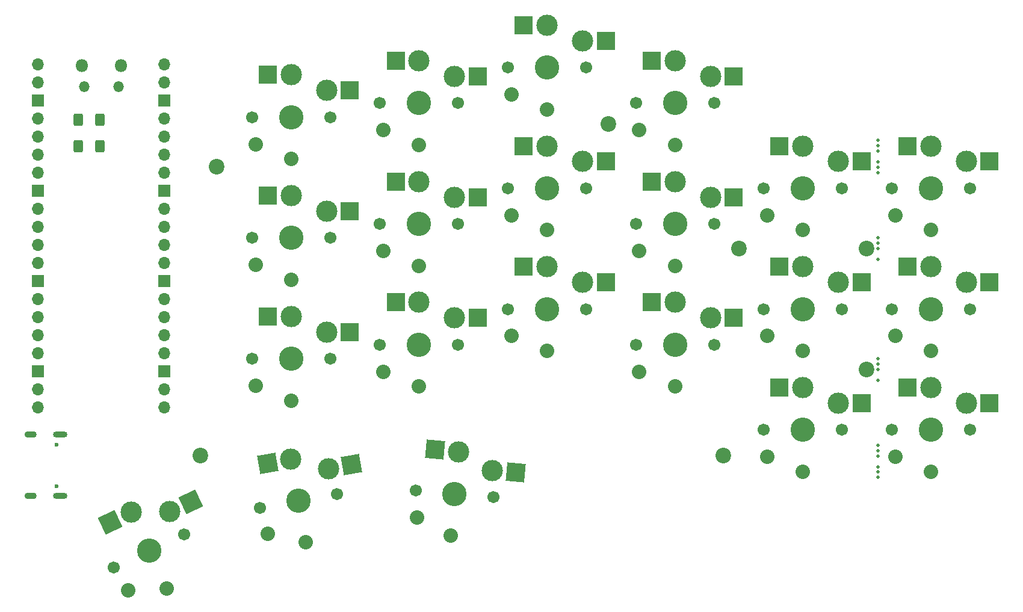
<source format=gbs>
%TF.GenerationSoftware,KiCad,Pcbnew,8.0.8*%
%TF.CreationDate,2025-05-22T15:11:42+02:00*%
%TF.ProjectId,keyboard_pcb,6b657962-6f61-4726-945f-7063622e6b69,rev1.0*%
%TF.SameCoordinates,Original*%
%TF.FileFunction,Soldermask,Bot*%
%TF.FilePolarity,Negative*%
%FSLAX46Y46*%
G04 Gerber Fmt 4.6, Leading zero omitted, Abs format (unit mm)*
G04 Created by KiCad (PCBNEW 8.0.8) date 2025-05-22 15:11:42*
%MOMM*%
%LPD*%
G01*
G04 APERTURE LIST*
G04 Aperture macros list*
%AMRoundRect*
0 Rectangle with rounded corners*
0 $1 Rounding radius*
0 $2 $3 $4 $5 $6 $7 $8 $9 X,Y pos of 4 corners*
0 Add a 4 corners polygon primitive as box body*
4,1,4,$2,$3,$4,$5,$6,$7,$8,$9,$2,$3,0*
0 Add four circle primitives for the rounded corners*
1,1,$1+$1,$2,$3*
1,1,$1+$1,$4,$5*
1,1,$1+$1,$6,$7*
1,1,$1+$1,$8,$9*
0 Add four rect primitives between the rounded corners*
20,1,$1+$1,$2,$3,$4,$5,0*
20,1,$1+$1,$4,$5,$6,$7,0*
20,1,$1+$1,$6,$7,$8,$9,0*
20,1,$1+$1,$8,$9,$2,$3,0*%
%AMRotRect*
0 Rectangle, with rotation*
0 The origin of the aperture is its center*
0 $1 length*
0 $2 width*
0 $3 Rotation angle, in degrees counterclockwise*
0 Add horizontal line*
21,1,$1,$2,0,0,$3*%
G04 Aperture macros list end*
%ADD10C,0.600000*%
%ADD11O,2.000000X0.900000*%
%ADD12O,1.700000X0.900000*%
%ADD13C,3.429000*%
%ADD14C,1.701800*%
%ADD15C,3.000000*%
%ADD16R,2.600000X2.600000*%
%ADD17C,2.032000*%
%ADD18O,1.500000X1.500000*%
%ADD19O,1.800000X1.800000*%
%ADD20O,1.700000X1.700000*%
%ADD21R,1.700000X1.700000*%
%ADD22RotRect,2.600000X2.600000X355.000000*%
%ADD23RotRect,2.600000X2.600000X25.000000*%
%ADD24RotRect,2.600000X2.600000X10.000000*%
%ADD25RoundRect,0.250000X0.400000X0.625000X-0.400000X0.625000X-0.400000X-0.625000X0.400000X-0.625000X0*%
%ADD26C,2.200000*%
%ADD27C,0.500000*%
%ADD28RoundRect,0.250000X-0.400000X-0.625000X0.400000X-0.625000X0.400000X0.625000X-0.400000X0.625000X0*%
G04 APERTURE END LIST*
D10*
%TO.C,J2*%
X72250000Y-106110000D03*
X72250000Y-111890000D03*
D11*
X72730000Y-104680000D03*
D12*
X68560000Y-104680000D03*
D11*
X72730000Y-113320000D03*
D12*
X68560000Y-113320000D03*
%TD*%
D13*
%TO.C,K25*%
X105240000Y-94000000D03*
D14*
X110740000Y-94000000D03*
D15*
X110240000Y-90250000D03*
D14*
X99740000Y-94000000D03*
D15*
X105240000Y-88050000D03*
D16*
X101965000Y-88050000D03*
D17*
X105240000Y-99900000D03*
X100240000Y-97800000D03*
D16*
X113515000Y-90250000D03*
%TD*%
D15*
%TO.C,K24*%
X128240000Y-88250000D03*
D13*
X123240000Y-92000000D03*
D15*
X123240000Y-86050000D03*
D14*
X117740000Y-92000000D03*
X128740000Y-92000000D03*
D16*
X119965000Y-86050000D03*
D17*
X123240000Y-97900000D03*
X118240000Y-95800000D03*
D16*
X131515000Y-88250000D03*
%TD*%
D13*
%TO.C,K21*%
X177240000Y-104000000D03*
D14*
X171740000Y-104000000D03*
D15*
X177240000Y-98050000D03*
D14*
X182740000Y-104000000D03*
D15*
X182240000Y-100250000D03*
D17*
X177240000Y-109900000D03*
D16*
X173965000Y-98050000D03*
D17*
X172240000Y-107800000D03*
D16*
X185515000Y-100250000D03*
%TD*%
D14*
%TO.C,K02*%
X164740000Y-58000000D03*
D13*
X159240000Y-58000000D03*
D14*
X153740000Y-58000000D03*
D15*
X159240000Y-52050000D03*
X164240000Y-54250000D03*
D16*
X155965000Y-52050000D03*
D17*
X159240000Y-63900000D03*
X154240000Y-61800000D03*
D16*
X167515000Y-54250000D03*
%TD*%
D14*
%TO.C,K10*%
X189740000Y-87000000D03*
D15*
X195240000Y-81050000D03*
D13*
X195240000Y-87000000D03*
D15*
X200240000Y-83250000D03*
D14*
X200740000Y-87000000D03*
D17*
X195240000Y-92900000D03*
D16*
X191965000Y-81050000D03*
X203515000Y-83250000D03*
D17*
X190240000Y-90800000D03*
%TD*%
D18*
%TO.C,U2*%
X76111800Y-55738000D03*
X80961800Y-55738000D03*
D19*
X81261800Y-52708000D03*
X75811800Y-52708000D03*
D20*
X69646800Y-52578000D03*
X69646800Y-55118000D03*
D21*
X69646800Y-57658000D03*
D20*
X69646800Y-60198000D03*
X69646800Y-62738000D03*
X69646800Y-65278000D03*
X69646800Y-67818000D03*
D21*
X69646800Y-70358000D03*
D20*
X69646800Y-72898000D03*
X69646800Y-75438000D03*
X69646800Y-77978000D03*
X69646800Y-80518000D03*
D21*
X69646800Y-83058000D03*
D20*
X69646800Y-85598000D03*
X69646800Y-88138000D03*
X69646800Y-90678000D03*
X69646800Y-93218000D03*
D21*
X69646800Y-95758000D03*
D20*
X69646800Y-98298000D03*
X69646800Y-100838000D03*
X87426800Y-100838000D03*
X87426800Y-98298000D03*
D21*
X87426800Y-95758000D03*
D20*
X87426800Y-93218000D03*
X87426800Y-90678000D03*
X87426800Y-88138000D03*
X87426800Y-85598000D03*
D21*
X87426800Y-83058000D03*
D20*
X87426800Y-80518000D03*
X87426800Y-77978000D03*
X87426800Y-75438000D03*
X87426800Y-72898000D03*
D21*
X87426800Y-70358000D03*
D20*
X87426800Y-67818000D03*
X87426800Y-65278000D03*
X87426800Y-62738000D03*
X87426800Y-60198000D03*
D21*
X87426800Y-57658000D03*
D20*
X87426800Y-55118000D03*
X87426800Y-52578000D03*
%TD*%
D15*
%TO.C,K04*%
X128240000Y-54250000D03*
D13*
X123240000Y-58000000D03*
D14*
X128740000Y-58000000D03*
X117740000Y-58000000D03*
D15*
X123240000Y-52050000D03*
D16*
X119965000Y-52050000D03*
D17*
X123240000Y-63900000D03*
X118240000Y-61800000D03*
D16*
X131515000Y-54250000D03*
%TD*%
D15*
%TO.C,K12*%
X164240000Y-71250000D03*
X159240000Y-69050000D03*
D14*
X164740000Y-75000000D03*
D13*
X159240000Y-75000000D03*
D14*
X153740000Y-75000000D03*
D16*
X155965000Y-69050000D03*
D17*
X159240000Y-80900000D03*
D16*
X167515000Y-71250000D03*
D17*
X154240000Y-78800000D03*
%TD*%
D15*
%TO.C,K30*%
X133547808Y-109700049D03*
D14*
X133719071Y-113479357D03*
D15*
X128758577Y-107072642D03*
D14*
X122760929Y-112520643D03*
D13*
X128240000Y-113000000D03*
D17*
X127725781Y-118877549D03*
D22*
X125496039Y-106787206D03*
D17*
X122927835Y-116349761D03*
D22*
X136810345Y-109985484D03*
%TD*%
D15*
%TO.C,K01*%
X177240000Y-64050000D03*
D14*
X182740000Y-70000000D03*
D15*
X182240000Y-66250000D03*
D14*
X171740000Y-70000000D03*
D13*
X177240000Y-70000000D03*
D16*
X173965000Y-64050000D03*
D17*
X177240000Y-75900000D03*
X172240000Y-73800000D03*
D16*
X185515000Y-66250000D03*
%TD*%
D15*
%TO.C,K14*%
X128240000Y-71250000D03*
D13*
X123240000Y-75000000D03*
D15*
X123240000Y-69050000D03*
D14*
X128740000Y-75000000D03*
X117740000Y-75000000D03*
D16*
X119965000Y-69050000D03*
D17*
X123240000Y-80900000D03*
D16*
X131515000Y-71250000D03*
D17*
X118240000Y-78800000D03*
%TD*%
D14*
%TO.C,K23*%
X135740000Y-87000000D03*
D13*
X141240000Y-87000000D03*
D15*
X141240000Y-81050000D03*
X146240000Y-83250000D03*
D14*
X146740000Y-87000000D03*
D16*
X137965000Y-81050000D03*
D17*
X141240000Y-92900000D03*
X136240000Y-90800000D03*
D16*
X149515000Y-83250000D03*
%TD*%
D15*
%TO.C,K03*%
X146240000Y-49250000D03*
D14*
X135740000Y-53000000D03*
X146740000Y-53000000D03*
D15*
X141240000Y-47050000D03*
D13*
X141240000Y-53000000D03*
D16*
X137965000Y-47050000D03*
D17*
X141240000Y-58900000D03*
D16*
X149515000Y-49250000D03*
D17*
X136240000Y-56800000D03*
%TD*%
D15*
%TO.C,K22*%
X164240000Y-88250000D03*
D14*
X164740000Y-92000000D03*
X153740000Y-92000000D03*
D13*
X159240000Y-92000000D03*
D15*
X159240000Y-86050000D03*
D17*
X159240000Y-97900000D03*
D16*
X155965000Y-86050000D03*
D17*
X154240000Y-95800000D03*
D16*
X167515000Y-88250000D03*
%TD*%
D15*
%TO.C,K15*%
X105240000Y-71050000D03*
D13*
X105240000Y-77000000D03*
D14*
X110740000Y-77000000D03*
D15*
X110240000Y-73250000D03*
D14*
X99740000Y-77000000D03*
D17*
X105240000Y-82900000D03*
D16*
X101965000Y-71050000D03*
D17*
X100240000Y-80800000D03*
D16*
X113515000Y-73250000D03*
%TD*%
D15*
%TO.C,K32*%
X88186720Y-115488254D03*
D14*
X90224693Y-118675600D03*
D13*
X85240000Y-121000000D03*
D15*
X82725421Y-115607469D03*
D14*
X80255307Y-123324400D03*
D23*
X79757263Y-116991543D03*
D17*
X87733448Y-126347216D03*
X82314410Y-126557061D03*
D23*
X91154878Y-114104180D03*
%TD*%
D14*
%TO.C,K11*%
X182740000Y-87000000D03*
X171740000Y-87000000D03*
D15*
X177240000Y-81050000D03*
D13*
X177240000Y-87000000D03*
D15*
X182240000Y-83250000D03*
D16*
X173965000Y-81050000D03*
D17*
X177240000Y-92900000D03*
D16*
X185515000Y-83250000D03*
D17*
X172240000Y-90800000D03*
%TD*%
D13*
%TO.C,K05*%
X105240000Y-60000000D03*
D15*
X110240000Y-56250000D03*
X105240000Y-54050000D03*
D14*
X110740000Y-60000000D03*
X99740000Y-60000000D03*
D16*
X101965000Y-54050000D03*
D17*
X105240000Y-65900000D03*
X100240000Y-63800000D03*
D16*
X113515000Y-56250000D03*
%TD*%
D15*
%TO.C,K20*%
X195240000Y-98050000D03*
D13*
X195240000Y-104000000D03*
D14*
X189740000Y-104000000D03*
D15*
X200240000Y-100250000D03*
D14*
X200740000Y-104000000D03*
D17*
X195240000Y-109900000D03*
D16*
X191965000Y-98050000D03*
X203515000Y-100250000D03*
D17*
X190240000Y-107800000D03*
%TD*%
D13*
%TO.C,K13*%
X141240000Y-70000000D03*
D14*
X146740000Y-70000000D03*
D15*
X141240000Y-64050000D03*
D14*
X135740000Y-70000000D03*
D15*
X146240000Y-66250000D03*
D16*
X137965000Y-64050000D03*
D17*
X141240000Y-75900000D03*
X136240000Y-73800000D03*
D16*
X149515000Y-66250000D03*
%TD*%
D14*
%TO.C,K00*%
X200740000Y-70000000D03*
X189740000Y-70000000D03*
D15*
X195240000Y-64050000D03*
D13*
X195240000Y-70000000D03*
D15*
X200240000Y-66250000D03*
D16*
X191965000Y-64050000D03*
D17*
X195240000Y-75900000D03*
X190240000Y-73800000D03*
D16*
X203515000Y-66250000D03*
%TD*%
D13*
%TO.C,K31*%
X106240000Y-114000000D03*
D14*
X111656443Y-113044935D03*
X100823557Y-114955065D03*
D15*
X110512858Y-109438730D03*
X105206793Y-108140394D03*
D17*
X107264524Y-119810366D03*
D24*
X101981548Y-108709092D03*
X113738103Y-108870032D03*
D17*
X101975824Y-118610510D03*
%TD*%
D25*
%TO.C,R2*%
X78359600Y-64109600D03*
X75259600Y-64109600D03*
%TD*%
D26*
%TO.C,H4*%
X166040000Y-107600000D03*
%TD*%
%TO.C,H2*%
X94740000Y-67000000D03*
%TD*%
%TO.C,H4*%
X186190000Y-95500000D03*
%TD*%
D27*
%TO.C,MB1*%
X187840000Y-78500000D03*
X187840000Y-77000000D03*
X187840000Y-80000000D03*
X187840000Y-77750000D03*
%TD*%
D28*
%TO.C,R1*%
X75259600Y-60401200D03*
X78359600Y-60401200D03*
%TD*%
D27*
%TO.C,MB3*%
X187840000Y-106935200D03*
X187840000Y-109185200D03*
X187840000Y-107685200D03*
X187840000Y-109935200D03*
X187840000Y-106185200D03*
X187840000Y-110685200D03*
%TD*%
%TO.C,MB2*%
X187840000Y-94750000D03*
X187840000Y-97000000D03*
X187840000Y-94000000D03*
X187840000Y-95500000D03*
%TD*%
D26*
%TO.C,H4*%
X186240000Y-78500000D03*
%TD*%
%TO.C,H1*%
X149840000Y-61000000D03*
%TD*%
%TO.C,H3*%
X92440000Y-107600000D03*
%TD*%
%TO.C,H1*%
X168240000Y-78500000D03*
%TD*%
D27*
%TO.C,MB4*%
X187840000Y-67035200D03*
X187840000Y-64035200D03*
X187840000Y-64785200D03*
X187840000Y-66285200D03*
X187840000Y-67785200D03*
X187840000Y-63285200D03*
%TD*%
M02*

</source>
